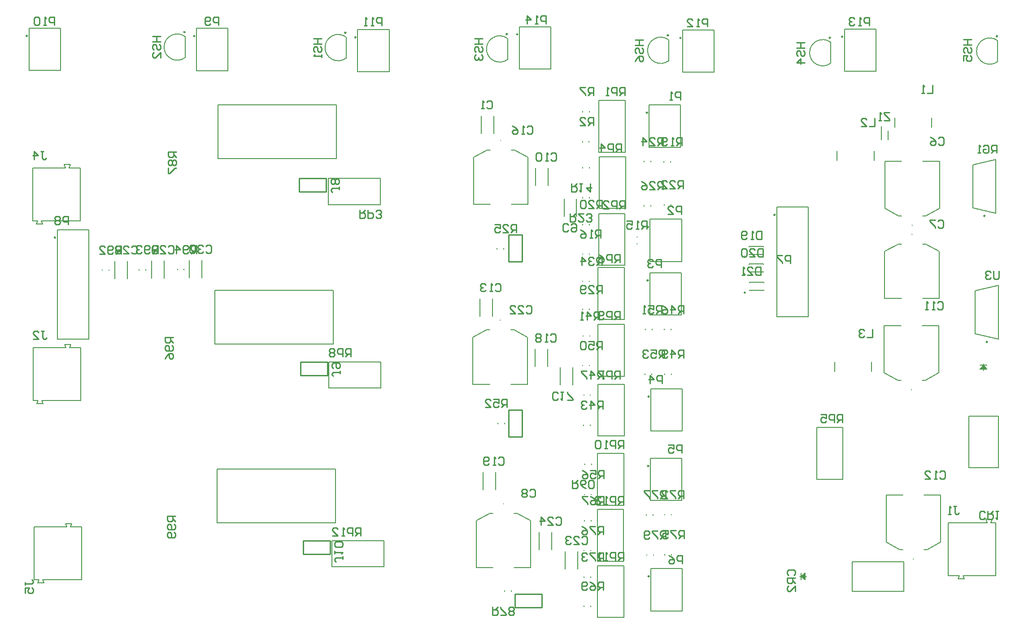
<source format=gbo>
G04*
G04 #@! TF.GenerationSoftware,Altium Limited,Altium Designer,21.6.4 (81)*
G04*
G04 Layer_Color=32896*
%FSLAX44Y44*%
%MOMM*%
G71*
G04*
G04 #@! TF.SameCoordinates,237C1AA0-54E4-4B3D-89E3-81C07F55AAFC*
G04*
G04*
G04 #@! TF.FilePolarity,Positive*
G04*
G01*
G75*
%ADD10C,0.2000*%
%ADD11C,0.2500*%
%ADD12C,0.2540*%
%ADD13C,0.1524*%
D10*
X1505712Y1174712D02*
G03*
X1505712Y1173712I0J-500D01*
G01*
D02*
G03*
X1505712Y1174712I0J500D01*
G01*
D02*
G03*
X1505712Y1173712I0J-500D01*
G01*
X1506728Y1514498D02*
G03*
X1506728Y1513498I0J-500D01*
G01*
D02*
G03*
X1506728Y1514498I0J500D01*
G01*
D02*
G03*
X1506728Y1513498I0J-500D01*
G01*
X911112Y1710170D02*
G03*
X911112Y1670570I-15000J-19800D01*
G01*
X1512062Y827748D02*
G03*
X1512062Y826748I0J-500D01*
G01*
D02*
G03*
X1512062Y827748I0J500D01*
G01*
D02*
G03*
X1512062Y826748I0J-500D01*
G01*
X1214896Y1709154D02*
G03*
X1214896Y1669554I-15000J-19800D01*
G01*
X1519696Y1706614D02*
G03*
X1519696Y1667014I-15000J-19800D01*
G01*
X1823734Y1704074D02*
G03*
X1823734Y1664474I-15000J-19800D01*
G01*
X2444764Y1702550D02*
G03*
X2444764Y1662950I-15000J-19800D01*
G01*
X2129550Y1699502D02*
G03*
X2129550Y1659902I-15000J-19800D01*
G01*
X2283460Y1353162D02*
G03*
X2283460Y1354162I0J500D01*
G01*
D02*
G03*
X2283460Y1353162I0J-500D01*
G01*
D02*
G03*
X2283460Y1354162I0J500D01*
G01*
X2282190Y1042200D02*
G03*
X2282190Y1043200I0J500D01*
G01*
D02*
G03*
X2282190Y1042200I0J-500D01*
G01*
D02*
G03*
X2282190Y1043200I0J500D01*
G01*
X2282952Y1336698D02*
G03*
X2282952Y1335698I0J-500D01*
G01*
D02*
G03*
X2282952Y1336698I0J500D01*
G01*
D02*
G03*
X2282952Y1335698I0J-500D01*
G01*
X2285746Y722292D02*
G03*
X2285746Y723292I0J500D01*
G01*
D02*
G03*
X2285746Y722292I0J-500D01*
G01*
D02*
G03*
X2285746Y723292I0J500D01*
G01*
X2027698Y1181178D02*
X2087198D01*
Y1387778D01*
X2027698D02*
X2087198D01*
X2027698Y1181178D02*
Y1387778D01*
X1975836Y1313043D02*
Y1313818D01*
X2002837D01*
Y1313043D02*
Y1313818D01*
X1975836Y1298318D02*
Y1299093D01*
Y1298318D02*
X2002837D01*
Y1299093D01*
X1975836Y1280023D02*
Y1280798D01*
X2002837D01*
Y1280023D02*
Y1280798D01*
X1975836Y1265298D02*
Y1266073D01*
Y1265298D02*
X2002837D01*
Y1266073D01*
X1976344Y1245479D02*
Y1246254D01*
X2003345D01*
Y1245479D02*
Y1246254D01*
X1976344Y1230754D02*
Y1231529D01*
Y1230754D02*
X2003345D01*
Y1231529D01*
X2225394Y1515500D02*
Y1541000D01*
X2237894Y1515500D02*
Y1532500D01*
X1763558Y1319122D02*
X1765010D01*
X1763558Y1331622D02*
X1765010D01*
X1673760Y1461806D02*
Y1463258D01*
X1661260Y1461806D02*
Y1463258D01*
X1739096Y612516D02*
Y710316D01*
X1689496Y612516D02*
X1739096D01*
X1689496D02*
Y710316D01*
X1739096D01*
X2351236Y791680D02*
X2424736D01*
X2431736D02*
X2441236D01*
Y691680D02*
Y791680D01*
X2351236Y691680D02*
Y791680D01*
Y691680D02*
X2372736D01*
X2379738D02*
X2441236D01*
X2370236Y685679D02*
X2382236D01*
X2370236D02*
X2372734Y691680D01*
X2379738D02*
X2382236Y685679D01*
X2431736Y791680D02*
X2434234Y797681D01*
X2422234D02*
X2434234D01*
X2422234D02*
X2424732Y791680D01*
X1651859Y703813D02*
Y736875D01*
X1628297Y703813D02*
Y736875D01*
X1828954Y730540D02*
Y731992D01*
X1816454Y730540D02*
Y731992D01*
X1816200Y806232D02*
Y807684D01*
X1828700Y806232D02*
Y807684D01*
X1514448Y661706D02*
Y663158D01*
X1526948Y661706D02*
Y663158D01*
X1497173Y853537D02*
Y886599D01*
X1473611Y853537D02*
Y886599D01*
X1676554Y738414D02*
Y739866D01*
X1664054Y738414D02*
Y739866D01*
X1665070Y795056D02*
Y796508D01*
X1677570Y795056D02*
Y796508D01*
X1794410Y805978D02*
Y807430D01*
X1781910Y805978D02*
Y807430D01*
X1782418Y730032D02*
Y731484D01*
X1794918Y730032D02*
Y731484D01*
X1579529Y740389D02*
Y773451D01*
X1603091Y740389D02*
Y773451D01*
X1664054Y633258D02*
Y634710D01*
X1676554Y633258D02*
Y634710D01*
Y688122D02*
Y689574D01*
X1664054Y688122D02*
Y689574D01*
X1665070Y844427D02*
Y845878D01*
X1677570Y844427D02*
Y845878D01*
X1665578Y901323D02*
Y902774D01*
X1678078Y901323D02*
Y902774D01*
X1525712Y1156212D02*
X1531462D01*
X1557212Y1142212D01*
Y1053212D02*
Y1142212D01*
X1525712Y1053212D02*
X1557212D01*
X1454212D02*
X1485712D01*
X1454212D02*
Y1142212D01*
X1479962Y1156212D01*
X1485712D01*
X1828700Y1071757D02*
Y1073208D01*
X1816200Y1071757D02*
Y1073208D01*
X1642969Y1052301D02*
Y1085363D01*
X1619407Y1052301D02*
Y1085363D01*
X1526728Y1495998D02*
X1532478D01*
X1558228Y1481998D01*
Y1392998D02*
Y1481998D01*
X1526728Y1392998D02*
X1558228D01*
X1455228D02*
X1486728D01*
X1455228D02*
Y1481998D01*
X1480978Y1495998D01*
X1486728D01*
X1649827Y1370699D02*
Y1403761D01*
X1626265Y1370699D02*
Y1403761D01*
X1662022Y1143958D02*
Y1145409D01*
X1674522Y1143958D02*
Y1145409D01*
X1674268Y1088078D02*
Y1089529D01*
X1661768Y1088078D02*
Y1089529D01*
X1676046Y1032292D02*
Y1033744D01*
X1663546Y1032292D02*
Y1033744D01*
X1501494Y978793D02*
Y980244D01*
X1513994Y978793D02*
Y980244D01*
X1571909Y1086963D02*
Y1120025D01*
X1595471Y1086963D02*
Y1120025D01*
X1491077Y1181959D02*
Y1215021D01*
X1467515Y1181959D02*
Y1215021D01*
X1673760Y1567884D02*
Y1569335D01*
X1661260Y1567884D02*
Y1569335D01*
X1663292Y975396D02*
Y976848D01*
X1675792Y975396D02*
Y976848D01*
X1690512Y1053216D02*
X1740112D01*
X1690512Y955416D02*
Y1053216D01*
Y955416D02*
X1740112D01*
Y1053216D01*
X1815692Y1156150D02*
Y1157601D01*
X1828192Y1156150D02*
Y1157601D01*
X1792378Y1156150D02*
Y1157601D01*
X1779878Y1156150D02*
Y1157601D01*
X1779116Y1071662D02*
Y1073114D01*
X1791616Y1071662D02*
Y1073114D01*
X1661768Y1247430D02*
Y1248882D01*
X1674268Y1247430D02*
Y1248882D01*
X1661768Y1194250D02*
Y1195701D01*
X1674268Y1194250D02*
Y1195701D01*
X1790208Y624918D02*
Y704518D01*
X1849708D01*
Y624918D02*
Y704518D01*
X1790208Y624918D02*
X1849708D01*
X1789192Y833452D02*
Y913052D01*
X1848692D01*
Y833452D02*
Y913052D01*
X1789192Y833452D02*
X1848692D01*
X1790208Y964770D02*
Y1044370D01*
X1849708D01*
Y964770D02*
Y1044370D01*
X1790208Y964770D02*
X1849708D01*
X1788430Y1184226D02*
Y1263826D01*
X1847930D01*
Y1184226D02*
Y1263826D01*
X1788430Y1184226D02*
X1847930D01*
X1690512Y1273688D02*
X1740112D01*
X1690512Y1175888D02*
Y1273688D01*
Y1175888D02*
X1740112D01*
Y1273688D01*
X1690412Y1068192D02*
X1740012D01*
Y1165992D01*
X1690412D02*
X1740012D01*
X1690412Y1068192D02*
Y1165992D01*
X1689496Y922152D02*
X1739096D01*
X1689496Y824352D02*
Y922152D01*
Y824352D02*
X1739096D01*
Y922152D01*
X1688938Y718688D02*
X1738538D01*
Y816488D01*
X1688938D02*
X1738538D01*
X1688938Y718688D02*
Y816488D01*
X848009Y1253605D02*
Y1286667D01*
X871571Y1253605D02*
Y1286667D01*
X919129Y1254231D02*
Y1287293D01*
X942691Y1254231D02*
Y1287293D01*
X669512Y1138252D02*
Y1344852D01*
X729012D01*
Y1138252D02*
Y1344852D01*
X669512Y1138252D02*
X729012D01*
X896466Y1269528D02*
Y1270980D01*
X908966Y1269528D02*
Y1270980D01*
X823822Y1268926D02*
Y1270377D01*
X836322Y1268926D02*
Y1270377D01*
X754480Y1268418D02*
Y1269869D01*
X766980Y1268418D02*
Y1269869D01*
X778159Y1253097D02*
Y1286159D01*
X801721Y1253097D02*
Y1286159D01*
X1469801Y1527281D02*
Y1560343D01*
X1493363Y1527281D02*
Y1560343D01*
X1673506Y1511082D02*
Y1512534D01*
X1661006Y1511082D02*
Y1512534D01*
X1674268Y1354364D02*
Y1355816D01*
X1661768Y1354364D02*
Y1355816D01*
X1674268Y1298898D02*
Y1300349D01*
X1661768Y1298898D02*
Y1300349D01*
X1789838Y1390178D02*
Y1391630D01*
X1777338Y1390178D02*
Y1391630D01*
X1827938Y1391702D02*
Y1393154D01*
X1815438Y1391702D02*
Y1393154D01*
X1789838Y1473650D02*
Y1475101D01*
X1777338Y1473650D02*
Y1475101D01*
X1814676Y1473236D02*
Y1474688D01*
X1827176Y1473236D02*
Y1474688D01*
X1674014Y1405164D02*
Y1406616D01*
X1661514Y1405164D02*
Y1406616D01*
X1572671Y1428729D02*
Y1461791D01*
X1596233Y1428729D02*
Y1461791D01*
X1499716Y1308898D02*
Y1310350D01*
X1512216Y1308898D02*
Y1310350D01*
X1692698Y1385438D02*
X1742298D01*
Y1483238D01*
X1692698D02*
X1742298D01*
X1692698Y1385438D02*
Y1483238D01*
X911112Y1670570D02*
Y1710170D01*
X1692036Y1589410D02*
X1741636D01*
X1692036Y1491610D02*
Y1589410D01*
Y1491610D02*
X1741636D01*
Y1589410D01*
X1691732Y1375542D02*
X1741332D01*
X1691732Y1277742D02*
Y1375542D01*
Y1277742D02*
X1741332D01*
Y1375542D01*
X1788684Y1285318D02*
Y1364918D01*
X1848184D01*
Y1285318D02*
Y1364918D01*
X1788684Y1285318D02*
X1848184D01*
X1786858Y1501218D02*
Y1580818D01*
X1846358D01*
Y1501218D02*
Y1580818D01*
X1786858Y1501218D02*
X1846358D01*
X1486312Y809248D02*
X1492062D01*
X1460562Y795248D02*
X1486312Y809248D01*
X1460562Y706248D02*
Y795248D01*
Y706248D02*
X1492062D01*
X1532062D02*
X1563562D01*
Y795248D01*
X1537812Y809248D02*
X1563562Y795248D01*
X1532062Y809248D02*
X1537812D01*
X616474Y1646506D02*
Y1726106D01*
X675974D01*
Y1646506D02*
Y1726106D01*
X616474Y1646506D02*
X675974D01*
X932402Y1645998D02*
Y1725598D01*
X991902D01*
Y1645998D02*
Y1725598D01*
X932402Y1645998D02*
X991902D01*
X1214896Y1669554D02*
Y1709154D01*
X1236694Y1643712D02*
Y1723312D01*
X1296194D01*
Y1643712D02*
Y1723312D01*
X1236694Y1643712D02*
X1296194D01*
X1519696Y1667014D02*
Y1706614D01*
X1542002Y1649300D02*
Y1728900D01*
X1601502D01*
Y1649300D02*
Y1728900D01*
X1542002Y1649300D02*
X1601502D01*
X1823734Y1664474D02*
Y1704074D01*
X2155460Y1644728D02*
Y1724328D01*
X2214960D01*
Y1644728D02*
Y1724328D01*
X2155460Y1644728D02*
X2214960D01*
X2444764Y1662950D02*
Y1702550D01*
X1850104Y1642696D02*
Y1722296D01*
X1909604D01*
Y1642696D02*
Y1722296D01*
X1850104Y1642696D02*
X1909604D01*
X2129550Y1659902D02*
Y1699502D01*
X2257710Y1371662D02*
X2263460D01*
X2231960Y1385662D02*
X2257710Y1371662D01*
X2231960Y1385662D02*
Y1474662D01*
X2263460D01*
X2303460D02*
X2334960D01*
Y1385662D02*
Y1474662D01*
X2309210Y1371662D02*
X2334960Y1385662D01*
X2303460Y1371662D02*
X2309210D01*
X2256440Y1060700D02*
X2262190D01*
X2230690Y1074700D02*
X2256440Y1060700D01*
X2230690Y1074700D02*
Y1163700D01*
X2262190D01*
X2302190D02*
X2333690D01*
Y1074700D02*
Y1163700D01*
X2307940Y1060700D02*
X2333690Y1074700D01*
X2302190Y1060700D02*
X2307940D01*
X2302952Y1318198D02*
X2308702D01*
X2334452Y1304198D01*
Y1215198D02*
Y1304198D01*
X2302952Y1215198D02*
X2334452D01*
X2231452D02*
X2262952D01*
X2231452D02*
Y1304198D01*
X2257202Y1318198D01*
X2262952D01*
X2402426Y1148340D02*
X2445926Y1138182D01*
Y1138681D02*
Y1239267D01*
X2402426Y1229608D02*
X2445926Y1239766D01*
X2402426Y1148340D02*
Y1229608D01*
X2259996Y740792D02*
X2265746D01*
X2234246Y754792D02*
X2259996Y740792D01*
X2234246Y754792D02*
Y843792D01*
X2265746D01*
X2305746D02*
X2337246D01*
Y754792D02*
Y843792D01*
X2311496Y740792D02*
X2337246Y754792D01*
X2305746Y740792D02*
X2311496D01*
X2102908Y873628D02*
Y971428D01*
X2152508D01*
Y873628D02*
Y971428D01*
X2102908Y873628D02*
X2152508D01*
X2206954Y1077354D02*
Y1094854D01*
X2136954Y1077354D02*
Y1094854D01*
X1188080Y707940D02*
X1285880D01*
X1188080D02*
Y757540D01*
X1285880D01*
Y707940D02*
Y757540D01*
X1280292Y1045810D02*
Y1095410D01*
X1182492D02*
X1280292D01*
X1182492Y1045810D02*
Y1095410D01*
Y1045810D02*
X1280292D01*
X2397920Y1386592D02*
Y1467860D01*
X2441420Y1478018D01*
Y1376933D02*
Y1477518D01*
X2397920Y1386592D02*
X2441420Y1376434D01*
X2211526Y1476280D02*
Y1493780D01*
X2141526Y1476280D02*
Y1493780D01*
X2320492Y1538872D02*
Y1556372D01*
X2250492Y1538872D02*
Y1556372D01*
X640616Y1022494D02*
X714116D01*
X624116D02*
X633616D01*
X624116D02*
Y1122494D01*
X714116Y1022494D02*
Y1122494D01*
X692616D02*
X714116D01*
X624116D02*
X685614D01*
X683116Y1128495D02*
X695116D01*
X692618Y1122494D02*
X695116Y1128495D01*
X683116D02*
X685614Y1122494D01*
X631118Y1016493D02*
X633616Y1022494D01*
X631118Y1016493D02*
X643118D01*
X640620Y1022494D02*
X643118Y1016493D01*
X642314Y683806D02*
X715814D01*
X625814D02*
X635314D01*
X625814D02*
Y783806D01*
X715814Y683806D02*
Y783806D01*
X694314D02*
X715814D01*
X625814D02*
X687312D01*
X684814Y789807D02*
X696814D01*
X694316Y783806D02*
X696814Y789807D01*
X684814D02*
X687312Y783806D01*
X632816Y677805D02*
X635314Y683806D01*
X632816Y677805D02*
X644816D01*
X642318Y683806D02*
X644816Y677805D01*
X639774Y1362240D02*
X713274D01*
X623274D02*
X632774D01*
X623274D02*
Y1462240D01*
X713274Y1362240D02*
Y1462240D01*
X691774D02*
X713274D01*
X623274D02*
X684772D01*
X682274Y1468241D02*
X694274D01*
X691776Y1462240D02*
X694274Y1468241D01*
X682274D02*
X684772Y1462240D01*
X630276Y1356239D02*
X632774Y1362240D01*
X630276Y1356239D02*
X642276D01*
X639778Y1362240D02*
X642276Y1356239D01*
X1181476Y1392724D02*
X1279276D01*
X1181476D02*
Y1442324D01*
X1279276D01*
Y1392724D02*
Y1442324D01*
D11*
X2024698Y1373378D02*
G03*
X2024698Y1373378I-1250J0D01*
G01*
X1968224Y1294007D02*
G03*
X1968224Y1294007I-1250J0D01*
G01*
Y1260987D02*
G03*
X1968224Y1260987I-1250J0D01*
G01*
X1968732Y1226443D02*
G03*
X1968732Y1226443I-1250J0D01*
G01*
X1787208Y690118D02*
G03*
X1787208Y690118I-1250J0D01*
G01*
X1786192Y898652D02*
G03*
X1786192Y898652I-1250J0D01*
G01*
X1787208Y1029970D02*
G03*
X1787208Y1029970I-1250J0D01*
G01*
X1785430Y1249426D02*
G03*
X1785430Y1249426I-1250J0D01*
G01*
X666512Y1330452D02*
G03*
X666512Y1330452I-1250J0D01*
G01*
X910862Y1718670D02*
G03*
X910862Y1718670I-1250J0D01*
G01*
X1785684Y1350518D02*
G03*
X1785684Y1350518I-1250J0D01*
G01*
X1783858Y1566418D02*
G03*
X1783858Y1566418I-1250J0D01*
G01*
X613474Y1711706D02*
G03*
X613474Y1711706I-1250J0D01*
G01*
X929402Y1711198D02*
G03*
X929402Y1711198I-1250J0D01*
G01*
X1214646Y1717654D02*
G03*
X1214646Y1717654I-1250J0D01*
G01*
X1233694Y1708912D02*
G03*
X1233694Y1708912I-1250J0D01*
G01*
X1519446Y1715114D02*
G03*
X1519446Y1715114I-1250J0D01*
G01*
X1539002Y1714500D02*
G03*
X1539002Y1714500I-1250J0D01*
G01*
X1823484Y1712574D02*
G03*
X1823484Y1712574I-1250J0D01*
G01*
X2152460Y1709928D02*
G03*
X2152460Y1709928I-1250J0D01*
G01*
X2444514Y1711050D02*
G03*
X2444514Y1711050I-1250J0D01*
G01*
X1847104Y1707896D02*
G03*
X1847104Y1707896I-1250J0D01*
G01*
X2129300Y1708002D02*
G03*
X2129300Y1708002I-1250J0D01*
G01*
X2425426Y1133182D02*
G03*
X2425426Y1133182I-1250J0D01*
G01*
X2420920Y1371434D02*
G03*
X2420920Y1371434I-1250J0D01*
G01*
D12*
X1584198Y631444D02*
Y656844D01*
X1533398D02*
X1584198D01*
X1533398Y631444D02*
Y656844D01*
Y631444D02*
X1584198D01*
X1547368Y1284840D02*
Y1335640D01*
X1521968Y1284840D02*
X1547368D01*
X1521968D02*
Y1335640D01*
X1547368D01*
X1521968Y1004678D02*
X1547368D01*
X1521968Y953878D02*
Y1004678D01*
Y953878D02*
X1547368D01*
Y1004678D01*
X1169162Y757174D02*
X1184402D01*
X1133602D02*
X1148842D01*
X1133602Y731774D02*
X1184402D01*
Y757174D01*
X1148842D02*
X1169162D01*
X1133602Y731774D02*
Y757174D01*
X1163974Y1095248D02*
X1179214D01*
X1128414D02*
X1143654D01*
X1128414Y1069848D02*
X1179214D01*
Y1095248D01*
X1143654D02*
X1163974D01*
X1128414Y1069848D02*
Y1095248D01*
X1162050Y1442720D02*
X1177290D01*
X1126490D02*
X1141730D01*
X1126490Y1417320D02*
X1177290D01*
Y1442720D01*
X1141730D02*
X1162050D01*
X1126490Y1417320D02*
Y1442720D01*
X2240788Y1566667D02*
X2230631D01*
Y1564128D01*
X2240788Y1553971D01*
Y1551432D01*
X2230631D01*
X2225553D02*
X2220475D01*
X2223014D01*
Y1566667D01*
X2225553Y1564128D01*
X1681988Y1598835D02*
Y1614070D01*
X1674371D01*
X1671831Y1611531D01*
Y1606453D01*
X1674371Y1603914D01*
X1681988D01*
X1676910D02*
X1671831Y1598835D01*
X1666753Y1614070D02*
X1656596D01*
Y1611531D01*
X1666753Y1601375D01*
Y1598835D01*
X2361695Y822701D02*
X2366774D01*
X2364234D01*
Y810005D01*
X2366774Y807466D01*
X2369313D01*
X2371852Y810005D01*
X2356617Y807466D02*
X2351539D01*
X2354078D01*
Y822701D01*
X2356617Y820162D01*
X1556007Y1539236D02*
X1558546Y1541775D01*
X1563625D01*
X1566164Y1539236D01*
Y1529079D01*
X1563625Y1526540D01*
X1558546D01*
X1556007Y1529079D01*
X1550929Y1526540D02*
X1545851D01*
X1548390D01*
Y1541775D01*
X1550929Y1539236D01*
X1528076Y1541775D02*
X1533155Y1539236D01*
X1538233Y1534158D01*
Y1529079D01*
X1535694Y1526540D01*
X1530616D01*
X1528076Y1529079D01*
Y1531618D01*
X1530616Y1534158D01*
X1538233D01*
X2050038Y692407D02*
X2047499Y694947D01*
Y700025D01*
X2050038Y702564D01*
X2060195D01*
X2062734Y700025D01*
Y694947D01*
X2060195Y692407D01*
X2062734Y687329D02*
X2047499D01*
Y679711D01*
X2050038Y677172D01*
X2055116D01*
X2057656Y679711D01*
Y687329D01*
Y682251D02*
X2062734Y677172D01*
Y661937D02*
Y672094D01*
X2052577Y661937D01*
X2050038D01*
X2047499Y664476D01*
Y669555D01*
X2050038Y672094D01*
X2001774Y1309619D02*
Y1294384D01*
X1994156D01*
X1991617Y1296923D01*
Y1307080D01*
X1994156Y1309619D01*
X2001774D01*
X1976382Y1294384D02*
X1986539D01*
X1976382Y1304541D01*
Y1307080D01*
X1978921Y1309619D01*
X1984000D01*
X1986539Y1307080D01*
X1971304D02*
X1968765Y1309619D01*
X1963686D01*
X1961147Y1307080D01*
Y1296923D01*
X1963686Y1294384D01*
X1968765D01*
X1971304Y1296923D01*
Y1307080D01*
X1999234Y1342639D02*
Y1327404D01*
X1991617D01*
X1989077Y1329943D01*
Y1340100D01*
X1991617Y1342639D01*
X1999234D01*
X1983999Y1327404D02*
X1978921D01*
X1981460D01*
Y1342639D01*
X1983999Y1340100D01*
X1971303Y1329943D02*
X1968764Y1327404D01*
X1963685D01*
X1961146Y1329943D01*
Y1340100D01*
X1963685Y1342639D01*
X1968764D01*
X1971303Y1340100D01*
Y1337561D01*
X1968764Y1335022D01*
X1961146D01*
X1738630Y931672D02*
Y946907D01*
X1731013D01*
X1728473Y944368D01*
Y939289D01*
X1731013Y936750D01*
X1738630D01*
X1733552D02*
X1728473Y931672D01*
X1723395D02*
Y946907D01*
X1715777D01*
X1713238Y944368D01*
Y939289D01*
X1715777Y936750D01*
X1723395D01*
X1708160Y931672D02*
X1703082D01*
X1705621D01*
Y946907D01*
X1708160Y944368D01*
X1695464D02*
X1692925Y946907D01*
X1687846D01*
X1685307Y944368D01*
Y934211D01*
X1687846Y931672D01*
X1692925D01*
X1695464Y934211D01*
Y944368D01*
X1731518Y1175512D02*
Y1190747D01*
X1723900D01*
X1721361Y1188208D01*
Y1183130D01*
X1723900Y1180590D01*
X1731518D01*
X1726440D02*
X1721361Y1175512D01*
X1716283D02*
Y1190747D01*
X1708665D01*
X1706126Y1188208D01*
Y1183130D01*
X1708665Y1180590D01*
X1716283D01*
X1701048Y1178051D02*
X1698509Y1175512D01*
X1693430D01*
X1690891Y1178051D01*
Y1188208D01*
X1693430Y1190747D01*
X1698509D01*
X1701048Y1188208D01*
Y1185669D01*
X1698509Y1183130D01*
X1690891D01*
X1731772Y1062736D02*
Y1077971D01*
X1724155D01*
X1721615Y1075432D01*
Y1070353D01*
X1724155Y1067814D01*
X1731772D01*
X1726694D02*
X1721615Y1062736D01*
X1716537D02*
Y1077971D01*
X1708919D01*
X1706380Y1075432D01*
Y1070353D01*
X1708919Y1067814D01*
X1716537D01*
X1701302Y1077971D02*
X1691145D01*
Y1075432D01*
X1701302Y1065275D01*
Y1062736D01*
X1731772Y1283208D02*
Y1298443D01*
X1724155D01*
X1721615Y1295904D01*
Y1290826D01*
X1724155Y1288286D01*
X1731772D01*
X1726694D02*
X1721615Y1283208D01*
X1716537D02*
Y1298443D01*
X1708919D01*
X1706380Y1295904D01*
Y1290826D01*
X1708919Y1288286D01*
X1716537D01*
X1691145Y1298443D02*
X1696223Y1295904D01*
X1701302Y1290826D01*
Y1285747D01*
X1698763Y1283208D01*
X1693684D01*
X1691145Y1285747D01*
Y1288286D01*
X1693684Y1290826D01*
X1701302D01*
X1733804Y1492758D02*
Y1507993D01*
X1726187D01*
X1723647Y1505454D01*
Y1500376D01*
X1726187Y1497836D01*
X1733804D01*
X1728726D02*
X1723647Y1492758D01*
X1718569D02*
Y1507993D01*
X1710951D01*
X1708412Y1505454D01*
Y1500376D01*
X1710951Y1497836D01*
X1718569D01*
X1695716Y1492758D02*
Y1507993D01*
X1703334Y1500376D01*
X1693177D01*
X1740916Y1385062D02*
Y1400297D01*
X1733298D01*
X1730759Y1397758D01*
Y1392679D01*
X1733298Y1390140D01*
X1740916D01*
X1735838D02*
X1730759Y1385062D01*
X1725681D02*
Y1400297D01*
X1718063D01*
X1715524Y1397758D01*
Y1392679D01*
X1718063Y1390140D01*
X1725681D01*
X1700289Y1385062D02*
X1710446D01*
X1700289Y1395219D01*
Y1397758D01*
X1702828Y1400297D01*
X1707907D01*
X1710446Y1397758D01*
X1741170Y1598930D02*
Y1614165D01*
X1733553D01*
X1731013Y1611626D01*
Y1606548D01*
X1733553Y1604008D01*
X1741170D01*
X1736092D02*
X1731013Y1598930D01*
X1725935D02*
Y1614165D01*
X1718317D01*
X1715778Y1611626D01*
Y1606548D01*
X1718317Y1604008D01*
X1725935D01*
X1710700Y1598930D02*
X1705621D01*
X1708161D01*
Y1614165D01*
X1710700Y1611626D01*
X1818386Y760984D02*
Y776219D01*
X1810768D01*
X1808229Y773680D01*
Y768602D01*
X1810768Y766062D01*
X1818386D01*
X1813308D02*
X1808229Y760984D01*
X1803151Y776219D02*
X1792994D01*
Y773680D01*
X1803151Y763523D01*
Y760984D01*
X1787916Y763523D02*
X1785377Y760984D01*
X1780298D01*
X1777759Y763523D01*
Y773680D01*
X1780298Y776219D01*
X1785377D01*
X1787916Y773680D01*
Y771141D01*
X1785377Y768602D01*
X1777759D01*
X1700022Y769366D02*
Y784601D01*
X1692404D01*
X1689865Y782062D01*
Y776983D01*
X1692404Y774444D01*
X1700022D01*
X1694944D02*
X1689865Y769366D01*
X1684787Y784601D02*
X1674630D01*
Y782062D01*
X1684787Y771905D01*
Y769366D01*
X1659395Y784601D02*
X1664474Y782062D01*
X1669552Y776983D01*
Y771905D01*
X1667013Y769366D01*
X1661934D01*
X1659395Y771905D01*
Y774444D01*
X1661934Y776983D01*
X1669552D01*
X1852422Y761492D02*
Y776727D01*
X1844805D01*
X1842265Y774188D01*
Y769109D01*
X1844805Y766570D01*
X1852422D01*
X1847344D02*
X1842265Y761492D01*
X1837187Y776727D02*
X1827030D01*
Y774188D01*
X1837187Y764031D01*
Y761492D01*
X1811795Y776727D02*
X1821952D01*
Y769109D01*
X1816873Y771649D01*
X1814334D01*
X1811795Y769109D01*
Y764031D01*
X1814334Y761492D01*
X1819413D01*
X1821952Y764031D01*
X1700022Y719074D02*
Y734309D01*
X1692404D01*
X1689865Y731770D01*
Y726692D01*
X1692404Y724152D01*
X1700022D01*
X1694944D02*
X1689865Y719074D01*
X1684787Y734309D02*
X1674630D01*
Y731770D01*
X1684787Y721613D01*
Y719074D01*
X1669552Y731770D02*
X1667013Y734309D01*
X1661934D01*
X1659395Y731770D01*
Y729231D01*
X1661934Y726692D01*
X1664474D01*
X1661934D01*
X1659395Y724152D01*
Y721613D01*
X1661934Y719074D01*
X1667013D01*
X1669552Y721613D01*
X1852168Y837184D02*
Y852419D01*
X1844550D01*
X1842011Y849880D01*
Y844801D01*
X1844550Y842262D01*
X1852168D01*
X1847090D02*
X1842011Y837184D01*
X1836933Y852419D02*
X1826776D01*
Y849880D01*
X1836933Y839723D01*
Y837184D01*
X1811541D02*
X1821698D01*
X1811541Y847341D01*
Y849880D01*
X1814080Y852419D01*
X1819159D01*
X1821698Y849880D01*
X1700022Y664210D02*
Y679445D01*
X1692404D01*
X1689865Y676906D01*
Y671827D01*
X1692404Y669288D01*
X1700022D01*
X1694944D02*
X1689865Y664210D01*
X1674630Y679445D02*
X1679709Y676906D01*
X1684787Y671827D01*
Y666749D01*
X1682248Y664210D01*
X1677169D01*
X1674630Y666749D01*
Y669288D01*
X1677169Y671827D01*
X1684787D01*
X1669552Y666749D02*
X1667013Y664210D01*
X1661934D01*
X1659395Y666749D01*
Y676906D01*
X1661934Y679445D01*
X1667013D01*
X1669552Y676906D01*
Y674367D01*
X1667013Y671827D01*
X1659395D01*
X1701038Y826008D02*
Y841243D01*
X1693421D01*
X1690881Y838704D01*
Y833625D01*
X1693421Y831086D01*
X1701038D01*
X1695960D02*
X1690881Y826008D01*
X1675646Y841243D02*
X1680725Y838704D01*
X1685803Y833625D01*
Y828547D01*
X1683264Y826008D01*
X1678185D01*
X1675646Y828547D01*
Y831086D01*
X1678185Y833625D01*
X1685803D01*
X1670568Y841243D02*
X1660411D01*
Y838704D01*
X1670568Y828547D01*
Y826008D01*
X1697736Y1385316D02*
Y1400551D01*
X1690119D01*
X1687579Y1398012D01*
Y1392934D01*
X1690119Y1390394D01*
X1697736D01*
X1692658D02*
X1687579Y1385316D01*
X1672344D02*
X1682501D01*
X1672344Y1395473D01*
Y1398012D01*
X1674883Y1400551D01*
X1679962D01*
X1682501Y1398012D01*
X1667266D02*
X1664727Y1400551D01*
X1659648D01*
X1657109Y1398012D01*
Y1387855D01*
X1659648Y1385316D01*
X1664727D01*
X1667266Y1387855D01*
Y1398012D01*
X1782318Y1346454D02*
Y1361689D01*
X1774700D01*
X1772161Y1359150D01*
Y1354072D01*
X1774700Y1351532D01*
X1782318D01*
X1777240D02*
X1772161Y1346454D01*
X1767083D02*
X1762005D01*
X1764544D01*
Y1361689D01*
X1767083Y1359150D01*
X1744230Y1361689D02*
X1754387D01*
Y1354072D01*
X1749309Y1356611D01*
X1746770D01*
X1744230Y1354072D01*
Y1348993D01*
X1746770Y1346454D01*
X1751848D01*
X1754387Y1348993D01*
X1849374Y714502D02*
Y729737D01*
X1841756D01*
X1839217Y727198D01*
Y722120D01*
X1841756Y719580D01*
X1849374D01*
X1823982Y729737D02*
X1829061Y727198D01*
X1834139Y722120D01*
Y717041D01*
X1831600Y714502D01*
X1826521D01*
X1823982Y717041D01*
Y719580D01*
X1826521Y722120D01*
X1834139D01*
X1997202Y1275075D02*
Y1259840D01*
X1989585D01*
X1987045Y1262379D01*
Y1272536D01*
X1989585Y1275075D01*
X1997202D01*
X1971810Y1259840D02*
X1981967D01*
X1971810Y1269997D01*
Y1272536D01*
X1974349Y1275075D01*
X1979428D01*
X1981967Y1272536D01*
X1966732Y1259840D02*
X1961653D01*
X1964193D01*
Y1275075D01*
X1966732Y1272536D01*
X1738122Y826008D02*
Y841243D01*
X1730504D01*
X1727965Y838704D01*
Y833625D01*
X1730504Y831086D01*
X1738122D01*
X1733044D02*
X1727965Y826008D01*
X1722887D02*
Y841243D01*
X1715269D01*
X1712730Y838704D01*
Y833625D01*
X1715269Y831086D01*
X1722887D01*
X1707652Y826008D02*
X1702574D01*
X1705113D01*
Y841243D01*
X1707652Y838704D01*
X1694956D02*
X1692417Y841243D01*
X1687338D01*
X1684799Y838704D01*
Y836165D01*
X1687338Y833625D01*
X1689878D01*
X1687338D01*
X1684799Y831086D01*
Y828547D01*
X1687338Y826008D01*
X1692417D01*
X1694956Y828547D01*
X1738630Y719836D02*
Y735071D01*
X1731013D01*
X1728473Y732532D01*
Y727454D01*
X1731013Y724914D01*
X1738630D01*
X1733552D02*
X1728473Y719836D01*
X1723395D02*
Y735071D01*
X1715777D01*
X1713238Y732532D01*
Y727454D01*
X1715777Y724914D01*
X1723395D01*
X1708160Y719836D02*
X1703082D01*
X1705621D01*
Y735071D01*
X1708160Y732532D01*
X1695464Y719836D02*
X1690386D01*
X1692925D01*
Y735071D01*
X1695464Y732532D01*
X932434Y1300480D02*
Y1315715D01*
X924817D01*
X922277Y1313176D01*
Y1308098D01*
X924817Y1305558D01*
X932434D01*
X927356D02*
X922277Y1300480D01*
X917199Y1303019D02*
X914660Y1300480D01*
X909581D01*
X907042Y1303019D01*
Y1313176D01*
X909581Y1315715D01*
X914660D01*
X917199Y1313176D01*
Y1310637D01*
X914660Y1308098D01*
X907042D01*
X894346Y1300480D02*
Y1315715D01*
X901964Y1308098D01*
X891807D01*
X859790Y1299877D02*
Y1315112D01*
X852172D01*
X849633Y1312573D01*
Y1307495D01*
X852172Y1304956D01*
X859790D01*
X854712D02*
X849633Y1299877D01*
X844555Y1302417D02*
X842016Y1299877D01*
X836937D01*
X834398Y1302417D01*
Y1312573D01*
X836937Y1315112D01*
X842016D01*
X844555Y1312573D01*
Y1310034D01*
X842016Y1307495D01*
X834398D01*
X829320Y1312573D02*
X826781Y1315112D01*
X821702D01*
X819163Y1312573D01*
Y1310034D01*
X821702Y1307495D01*
X824241D01*
X821702D01*
X819163Y1304956D01*
Y1302417D01*
X821702Y1299877D01*
X826781D01*
X829320Y1302417D01*
X790448Y1299369D02*
Y1314604D01*
X782831D01*
X780291Y1312065D01*
Y1306987D01*
X782831Y1304448D01*
X790448D01*
X785370D02*
X780291Y1299369D01*
X775213Y1301909D02*
X772674Y1299369D01*
X767595D01*
X765056Y1301909D01*
Y1312065D01*
X767595Y1314604D01*
X772674D01*
X775213Y1312065D01*
Y1309526D01*
X772674Y1306987D01*
X765056D01*
X749821Y1299369D02*
X759978D01*
X749821Y1309526D01*
Y1312065D01*
X752360Y1314604D01*
X757439D01*
X759978Y1312065D01*
X1490980Y632206D02*
Y616971D01*
X1498598D01*
X1501137Y619510D01*
Y624589D01*
X1498598Y627128D01*
X1490980D01*
X1496058D02*
X1501137Y632206D01*
X1506215Y616971D02*
X1516372D01*
Y619510D01*
X1506215Y629667D01*
Y632206D01*
X1521450Y619510D02*
X1523989Y616971D01*
X1529068D01*
X1531607Y619510D01*
Y622049D01*
X1529068Y624589D01*
X1531607Y627128D01*
Y629667D01*
X1529068Y632206D01*
X1523989D01*
X1521450Y629667D01*
Y627128D01*
X1523989Y624589D01*
X1521450Y622049D01*
Y619510D01*
X1523989Y624589D02*
X1529068D01*
X1817878Y836930D02*
Y852165D01*
X1810260D01*
X1807721Y849626D01*
Y844548D01*
X1810260Y842008D01*
X1817878D01*
X1812800D02*
X1807721Y836930D01*
X1802643Y852165D02*
X1792486D01*
Y849626D01*
X1802643Y839469D01*
Y836930D01*
X1787408Y852165D02*
X1777251D01*
Y849626D01*
X1787408Y839469D01*
Y836930D01*
X1642110Y871917D02*
Y856682D01*
X1649727D01*
X1652267Y859221D01*
Y864299D01*
X1649727Y866839D01*
X1642110D01*
X1647188D02*
X1652267Y871917D01*
X1667502Y856682D02*
X1662423Y859221D01*
X1657345Y864299D01*
Y869378D01*
X1659884Y871917D01*
X1664963D01*
X1667502Y869378D01*
Y866839D01*
X1664963Y864299D01*
X1657345D01*
X1672580Y859221D02*
X1675119Y856682D01*
X1680198D01*
X1682737Y859221D01*
Y869378D01*
X1680198Y871917D01*
X1675119D01*
X1672580Y869378D01*
Y859221D01*
X1701038Y875378D02*
Y890614D01*
X1693421D01*
X1690881Y888074D01*
Y882996D01*
X1693421Y880457D01*
X1701038D01*
X1695960D02*
X1690881Y875378D01*
X1675646Y890614D02*
X1685803D01*
Y882996D01*
X1680725Y885535D01*
X1678185D01*
X1675646Y882996D01*
Y877918D01*
X1678185Y875378D01*
X1683264D01*
X1685803Y877918D01*
X1660411Y890614D02*
X1665490Y888074D01*
X1670568Y882996D01*
Y877918D01*
X1668029Y875378D01*
X1662950D01*
X1660411Y877918D01*
Y880457D01*
X1662950Y882996D01*
X1670568D01*
X1815084Y1102614D02*
Y1117849D01*
X1807466D01*
X1804927Y1115310D01*
Y1110231D01*
X1807466Y1107692D01*
X1815084D01*
X1810006D02*
X1804927Y1102614D01*
X1789692Y1117849D02*
X1799849D01*
Y1110231D01*
X1794771Y1112771D01*
X1792231D01*
X1789692Y1110231D01*
Y1105153D01*
X1792231Y1102614D01*
X1797310D01*
X1799849Y1105153D01*
X1784614Y1115310D02*
X1782075Y1117849D01*
X1776996D01*
X1774457Y1115310D01*
Y1112771D01*
X1776996Y1110231D01*
X1779536D01*
X1776996D01*
X1774457Y1107692D01*
Y1105153D01*
X1776996Y1102614D01*
X1782075D01*
X1784614Y1105153D01*
X1518666Y1009650D02*
Y1024885D01*
X1511048D01*
X1508509Y1022346D01*
Y1017268D01*
X1511048Y1014728D01*
X1518666D01*
X1513588D02*
X1508509Y1009650D01*
X1493274Y1024885D02*
X1503431D01*
Y1017268D01*
X1498353Y1019807D01*
X1495813D01*
X1493274Y1017268D01*
Y1012189D01*
X1495813Y1009650D01*
X1500892D01*
X1503431Y1012189D01*
X1478039Y1009650D02*
X1488196D01*
X1478039Y1019807D01*
Y1022346D01*
X1480578Y1024885D01*
X1485657D01*
X1488196Y1022346D01*
X1810766Y1186942D02*
Y1202177D01*
X1803148D01*
X1800609Y1199638D01*
Y1194559D01*
X1803148Y1192020D01*
X1810766D01*
X1805688D02*
X1800609Y1186942D01*
X1785374Y1202177D02*
X1795531D01*
Y1194559D01*
X1790453Y1197099D01*
X1787913D01*
X1785374Y1194559D01*
Y1189481D01*
X1787913Y1186942D01*
X1792992D01*
X1795531Y1189481D01*
X1780296Y1186942D02*
X1775217D01*
X1777757D01*
Y1202177D01*
X1780296Y1199638D01*
X1697736Y1119029D02*
Y1134265D01*
X1690119D01*
X1687579Y1131725D01*
Y1126647D01*
X1690119Y1124108D01*
X1697736D01*
X1692658D02*
X1687579Y1119029D01*
X1672344Y1134265D02*
X1682501D01*
Y1126647D01*
X1677423Y1129186D01*
X1674883D01*
X1672344Y1126647D01*
Y1121569D01*
X1674883Y1119029D01*
X1679962D01*
X1682501Y1121569D01*
X1667266Y1131725D02*
X1664727Y1134265D01*
X1659648D01*
X1657109Y1131725D01*
Y1121569D01*
X1659648Y1119029D01*
X1664727D01*
X1667266Y1121569D01*
Y1131725D01*
X1852168Y1102614D02*
Y1117849D01*
X1844550D01*
X1842011Y1115310D01*
Y1110231D01*
X1844550Y1107692D01*
X1852168D01*
X1847090D02*
X1842011Y1102614D01*
X1829315D02*
Y1117849D01*
X1836933Y1110231D01*
X1826776D01*
X1821698Y1105153D02*
X1819159Y1102614D01*
X1814080D01*
X1811541Y1105153D01*
Y1115310D01*
X1814080Y1117849D01*
X1819159D01*
X1821698Y1115310D01*
Y1112771D01*
X1819159Y1110231D01*
X1811541D01*
X1699514Y1063244D02*
Y1078479D01*
X1691897D01*
X1689357Y1075940D01*
Y1070862D01*
X1691897Y1068322D01*
X1699514D01*
X1694436D02*
X1689357Y1063244D01*
X1676661D02*
Y1078479D01*
X1684279Y1070862D01*
X1674122D01*
X1669044Y1078479D02*
X1658887D01*
Y1075940D01*
X1669044Y1065783D01*
Y1063244D01*
X1851660Y1186942D02*
Y1202177D01*
X1844043D01*
X1841503Y1199638D01*
Y1194559D01*
X1844043Y1192020D01*
X1851660D01*
X1846582D02*
X1841503Y1186942D01*
X1828807D02*
Y1202177D01*
X1836425Y1194559D01*
X1826268D01*
X1811033Y1202177D02*
X1816111Y1199638D01*
X1821190Y1194559D01*
Y1189481D01*
X1818651Y1186942D01*
X1813572D01*
X1811033Y1189481D01*
Y1192020D01*
X1813572Y1194559D01*
X1821190D01*
X1699260Y1006348D02*
Y1021583D01*
X1691642D01*
X1689103Y1019044D01*
Y1013966D01*
X1691642Y1011426D01*
X1699260D01*
X1694182D02*
X1689103Y1006348D01*
X1676407D02*
Y1021583D01*
X1684025Y1013966D01*
X1673868D01*
X1668790Y1019044D02*
X1666251Y1021583D01*
X1661172D01*
X1658633Y1019044D01*
Y1016505D01*
X1661172Y1013966D01*
X1663712D01*
X1661172D01*
X1658633Y1011426D01*
Y1008887D01*
X1661172Y1006348D01*
X1666251D01*
X1668790Y1008887D01*
X1692910Y1174909D02*
Y1190145D01*
X1685293D01*
X1682753Y1187605D01*
Y1182527D01*
X1685293Y1179988D01*
X1692910D01*
X1687832D02*
X1682753Y1174909D01*
X1670057D02*
Y1190145D01*
X1677675Y1182527D01*
X1667518D01*
X1662440Y1174909D02*
X1657361D01*
X1659901D01*
Y1190145D01*
X1662440Y1187605D01*
X1697736Y1278382D02*
Y1293617D01*
X1690119D01*
X1687579Y1291078D01*
Y1285999D01*
X1690119Y1283460D01*
X1697736D01*
X1692658D02*
X1687579Y1278382D01*
X1682501Y1291078D02*
X1679962Y1293617D01*
X1674883D01*
X1672344Y1291078D01*
Y1288539D01*
X1674883Y1285999D01*
X1677423D01*
X1674883D01*
X1672344Y1283460D01*
Y1280921D01*
X1674883Y1278382D01*
X1679962D01*
X1682501Y1280921D01*
X1659648Y1278382D02*
Y1293617D01*
X1667266Y1285999D01*
X1657109D01*
X1697736Y1225042D02*
Y1240277D01*
X1690119D01*
X1687579Y1237738D01*
Y1232660D01*
X1690119Y1230120D01*
X1697736D01*
X1692658D02*
X1687579Y1225042D01*
X1672344D02*
X1682501D01*
X1672344Y1235199D01*
Y1237738D01*
X1674883Y1240277D01*
X1679962D01*
X1682501Y1237738D01*
X1667266Y1227581D02*
X1664727Y1225042D01*
X1659648D01*
X1657109Y1227581D01*
Y1237738D01*
X1659648Y1240277D01*
X1664727D01*
X1667266Y1237738D01*
Y1235199D01*
X1664727Y1232660D01*
X1657109D01*
X1813306Y1421130D02*
Y1436365D01*
X1805688D01*
X1803149Y1433826D01*
Y1428748D01*
X1805688Y1426208D01*
X1813306D01*
X1808228D02*
X1803149Y1421130D01*
X1787914D02*
X1798071D01*
X1787914Y1431287D01*
Y1433826D01*
X1790453Y1436365D01*
X1795532D01*
X1798071Y1433826D01*
X1772679Y1436365D02*
X1777758Y1433826D01*
X1782836Y1428748D01*
Y1423669D01*
X1780297Y1421130D01*
X1775218D01*
X1772679Y1423669D01*
Y1426208D01*
X1775218Y1428748D01*
X1782836D01*
X1535684Y1339850D02*
Y1355085D01*
X1528067D01*
X1525527Y1352546D01*
Y1347467D01*
X1528067Y1344928D01*
X1535684D01*
X1530606D02*
X1525527Y1339850D01*
X1510292D02*
X1520449D01*
X1510292Y1350007D01*
Y1352546D01*
X1512831Y1355085D01*
X1517910D01*
X1520449Y1352546D01*
X1495057Y1355085D02*
X1505214D01*
Y1347467D01*
X1500135Y1350007D01*
X1497596D01*
X1495057Y1347467D01*
Y1342389D01*
X1497596Y1339850D01*
X1502675D01*
X1505214Y1342389D01*
X1813306Y1504601D02*
Y1519836D01*
X1805688D01*
X1803149Y1517297D01*
Y1512219D01*
X1805688Y1509680D01*
X1813306D01*
X1808228D02*
X1803149Y1504601D01*
X1787914D02*
X1798071D01*
X1787914Y1514758D01*
Y1517297D01*
X1790453Y1519836D01*
X1795532D01*
X1798071Y1517297D01*
X1775218Y1504601D02*
Y1519836D01*
X1782836Y1512219D01*
X1772679D01*
X1638046Y1375823D02*
Y1360588D01*
X1645663D01*
X1648203Y1363127D01*
Y1368206D01*
X1645663Y1370745D01*
X1638046D01*
X1643124D02*
X1648203Y1375823D01*
X1663438D02*
X1653281D01*
X1663438Y1365667D01*
Y1363127D01*
X1660899Y1360588D01*
X1655820D01*
X1653281Y1363127D01*
X1668516D02*
X1671055Y1360588D01*
X1676134D01*
X1678673Y1363127D01*
Y1365667D01*
X1676134Y1368206D01*
X1673595D01*
X1676134D01*
X1678673Y1370745D01*
Y1373284D01*
X1676134Y1375823D01*
X1671055D01*
X1668516Y1373284D01*
X1851406Y1422654D02*
Y1437889D01*
X1843788D01*
X1841249Y1435350D01*
Y1430271D01*
X1843788Y1427732D01*
X1851406D01*
X1846328D02*
X1841249Y1422654D01*
X1826014D02*
X1836171D01*
X1826014Y1432811D01*
Y1435350D01*
X1828553Y1437889D01*
X1833632D01*
X1836171Y1435350D01*
X1810779Y1422654D02*
X1820936D01*
X1810779Y1432811D01*
Y1435350D01*
X1813318Y1437889D01*
X1818397D01*
X1820936Y1435350D01*
X1848104Y1504029D02*
Y1519264D01*
X1840486D01*
X1837947Y1516724D01*
Y1511646D01*
X1840486Y1509107D01*
X1848104D01*
X1843026D02*
X1837947Y1504029D01*
X1832869D02*
X1827791D01*
X1830330D01*
Y1519264D01*
X1832869Y1516724D01*
X1820173Y1506568D02*
X1817634Y1504029D01*
X1812556D01*
X1810016Y1506568D01*
Y1516724D01*
X1812556Y1519264D01*
X1817634D01*
X1820173Y1516724D01*
Y1514185D01*
X1817634Y1511646D01*
X1810016D01*
X1695196Y1329849D02*
Y1345085D01*
X1687578D01*
X1685039Y1342545D01*
Y1337467D01*
X1687578Y1334928D01*
X1695196D01*
X1690118D02*
X1685039Y1329849D01*
X1679961D02*
X1674883D01*
X1677422D01*
Y1345085D01*
X1679961Y1342545D01*
X1657108Y1345085D02*
X1662187Y1342545D01*
X1667265Y1337467D01*
Y1332389D01*
X1664726Y1329849D01*
X1659648D01*
X1657108Y1332389D01*
Y1334928D01*
X1659648Y1337467D01*
X1667265D01*
X1640332Y1432401D02*
Y1417165D01*
X1647950D01*
X1650489Y1419705D01*
Y1424783D01*
X1647950Y1427322D01*
X1640332D01*
X1645410D02*
X1650489Y1432401D01*
X1655567D02*
X1660645D01*
X1658106D01*
Y1417165D01*
X1655567Y1419705D01*
X1675880Y1432401D02*
Y1417165D01*
X1668263Y1424783D01*
X1678420D01*
X1681734Y1542034D02*
Y1557269D01*
X1674117D01*
X1671577Y1554730D01*
Y1549651D01*
X1674117Y1547112D01*
X1681734D01*
X1676656D02*
X1671577Y1542034D01*
X1656342D02*
X1666499D01*
X1656342Y1552191D01*
Y1554730D01*
X1658881Y1557269D01*
X1663960D01*
X1666499Y1554730D01*
X690626Y1354836D02*
Y1370071D01*
X683008D01*
X680469Y1367532D01*
Y1362453D01*
X683008Y1359914D01*
X690626D01*
X675391Y1367532D02*
X672852Y1370071D01*
X667773D01*
X665234Y1367532D01*
Y1364993D01*
X667773Y1362453D01*
X665234Y1359914D01*
Y1357375D01*
X667773Y1354836D01*
X672852D01*
X675391Y1357375D01*
Y1359914D01*
X672852Y1362453D01*
X675391Y1364993D01*
Y1367532D01*
X672852Y1362453D02*
X667773D01*
X2053741Y1281670D02*
Y1296905D01*
X2046124D01*
X2043585Y1294366D01*
Y1289288D01*
X2046124Y1286749D01*
X2053741D01*
X2038506Y1296905D02*
X2028350D01*
Y1294366D01*
X2038506Y1284209D01*
Y1281670D01*
X1848358Y923036D02*
Y938271D01*
X1840741D01*
X1838201Y935732D01*
Y930654D01*
X1840741Y928114D01*
X1848358D01*
X1822966Y938271D02*
X1833123D01*
Y930654D01*
X1828045Y933193D01*
X1825505D01*
X1822966Y930654D01*
Y925575D01*
X1825505Y923036D01*
X1830584D01*
X1833123Y925575D01*
X1811274Y1054354D02*
Y1069589D01*
X1803656D01*
X1801117Y1067050D01*
Y1061972D01*
X1803656Y1059432D01*
X1811274D01*
X1788421Y1054354D02*
Y1069589D01*
X1796039Y1061972D01*
X1785882D01*
X1809496Y1273810D02*
Y1289045D01*
X1801879D01*
X1799339Y1286506D01*
Y1281427D01*
X1801879Y1278888D01*
X1809496D01*
X1794261Y1286506D02*
X1791722Y1289045D01*
X1786643D01*
X1784104Y1286506D01*
Y1283967D01*
X1786643Y1281427D01*
X1789183D01*
X1786643D01*
X1784104Y1278888D01*
Y1276349D01*
X1786643Y1273810D01*
X1791722D01*
X1794261Y1276349D01*
X1847850Y1374902D02*
Y1390137D01*
X1840233D01*
X1837693Y1387598D01*
Y1382520D01*
X1840233Y1379980D01*
X1847850D01*
X1822458Y1374902D02*
X1832615D01*
X1822458Y1385059D01*
Y1387598D01*
X1824997Y1390137D01*
X1830076D01*
X1832615Y1387598D01*
X1846072Y1590802D02*
Y1606037D01*
X1838454D01*
X1835915Y1603498D01*
Y1598419D01*
X1838454Y1595880D01*
X1846072D01*
X1830837Y1590802D02*
X1825759D01*
X1828298D01*
Y1606037D01*
X1830837Y1603498D01*
X950217Y1313684D02*
X952757Y1316223D01*
X957835D01*
X960374Y1313684D01*
Y1303527D01*
X957835Y1300988D01*
X952757D01*
X950217Y1303527D01*
X945139Y1313684D02*
X942600Y1316223D01*
X937521D01*
X934982Y1313684D01*
Y1311145D01*
X937521Y1308605D01*
X940061D01*
X937521D01*
X934982Y1306066D01*
Y1303527D01*
X937521Y1300988D01*
X942600D01*
X945139Y1303527D01*
X929904Y1313684D02*
X927365Y1316223D01*
X922286D01*
X919747Y1313684D01*
Y1303527D01*
X922286Y1300988D01*
X927365D01*
X929904Y1303527D01*
Y1313684D01*
X879097Y1313058D02*
X881637Y1315597D01*
X886715D01*
X889254Y1313058D01*
Y1302901D01*
X886715Y1300362D01*
X881637D01*
X879097Y1302901D01*
X863862Y1300362D02*
X874019D01*
X863862Y1310519D01*
Y1313058D01*
X866401Y1315597D01*
X871480D01*
X874019Y1313058D01*
X858784Y1302901D02*
X856245Y1300362D01*
X851166D01*
X848627Y1302901D01*
Y1313058D01*
X851166Y1315597D01*
X856245D01*
X858784Y1313058D01*
Y1310519D01*
X856245Y1307980D01*
X848627D01*
X809247Y1312414D02*
X811786Y1314953D01*
X816865D01*
X819404Y1312414D01*
Y1302257D01*
X816865Y1299718D01*
X811786D01*
X809247Y1302257D01*
X794012Y1299718D02*
X804169D01*
X794012Y1309875D01*
Y1312414D01*
X796551Y1314953D01*
X801630D01*
X804169Y1312414D01*
X788934D02*
X786395Y1314953D01*
X781316D01*
X778777Y1312414D01*
Y1309875D01*
X781316Y1307336D01*
X778777Y1304796D01*
Y1302257D01*
X781316Y1299718D01*
X786395D01*
X788934Y1302257D01*
Y1304796D01*
X786395Y1307336D01*
X788934Y1309875D01*
Y1312414D01*
X786395Y1307336D02*
X781316D01*
X1610617Y799842D02*
X1613156Y802381D01*
X1618235D01*
X1620774Y799842D01*
Y789685D01*
X1618235Y787146D01*
X1613156D01*
X1610617Y789685D01*
X1595382Y787146D02*
X1605539D01*
X1595382Y797303D01*
Y799842D01*
X1597921Y802381D01*
X1603000D01*
X1605539Y799842D01*
X1582686Y787146D02*
Y802381D01*
X1590304Y794763D01*
X1580147D01*
X1659385Y763130D02*
X1661924Y765669D01*
X1667003D01*
X1669542Y763130D01*
Y752973D01*
X1667003Y750434D01*
X1661924D01*
X1659385Y752973D01*
X1644150Y750434D02*
X1654307D01*
X1644150Y760591D01*
Y763130D01*
X1646689Y765669D01*
X1651768D01*
X1654307Y763130D01*
X1639072D02*
X1636533Y765669D01*
X1631454D01*
X1628915Y763130D01*
Y760591D01*
X1631454Y758051D01*
X1633994D01*
X1631454D01*
X1628915Y755512D01*
Y752973D01*
X1631454Y750434D01*
X1636533D01*
X1639072Y752973D01*
X1554991Y1199638D02*
X1557531Y1202177D01*
X1562609D01*
X1565148Y1199638D01*
Y1189481D01*
X1562609Y1186942D01*
X1557531D01*
X1554991Y1189481D01*
X1539756Y1186942D02*
X1549913D01*
X1539756Y1197099D01*
Y1199638D01*
X1542295Y1202177D01*
X1547374D01*
X1549913Y1199638D01*
X1524521Y1186942D02*
X1534678D01*
X1524521Y1197099D01*
Y1199638D01*
X1527060Y1202177D01*
X1532139D01*
X1534678Y1199638D01*
X1502159Y912872D02*
X1504698Y915411D01*
X1509777D01*
X1512316Y912872D01*
Y902715D01*
X1509777Y900176D01*
X1504698D01*
X1502159Y902715D01*
X1497081Y900176D02*
X1492003D01*
X1494542D01*
Y915411D01*
X1497081Y912872D01*
X1484385Y902715D02*
X1481846Y900176D01*
X1476767D01*
X1474228Y902715D01*
Y912872D01*
X1476767Y915411D01*
X1481846D01*
X1484385Y912872D01*
Y910333D01*
X1481846Y907794D01*
X1474228D01*
X1600457Y1146298D02*
X1602997Y1148837D01*
X1608075D01*
X1610614Y1146298D01*
Y1136141D01*
X1608075Y1133602D01*
X1602997D01*
X1600457Y1136141D01*
X1595379Y1133602D02*
X1590301D01*
X1592840D01*
Y1148837D01*
X1595379Y1146298D01*
X1582683D02*
X1580144Y1148837D01*
X1575065D01*
X1572526Y1146298D01*
Y1143759D01*
X1575065Y1141219D01*
X1572526Y1138680D01*
Y1136141D01*
X1575065Y1133602D01*
X1580144D01*
X1582683Y1136141D01*
Y1138680D01*
X1580144Y1141219D01*
X1582683Y1143759D01*
Y1146298D01*
X1580144Y1141219D02*
X1575065D01*
X1614421Y1026046D02*
X1611882Y1023507D01*
X1606803D01*
X1604264Y1026046D01*
Y1036203D01*
X1606803Y1038742D01*
X1611882D01*
X1614421Y1036203D01*
X1619499Y1038742D02*
X1624577D01*
X1622038D01*
Y1023507D01*
X1619499Y1026046D01*
X1632195Y1023507D02*
X1642352D01*
Y1026046D01*
X1632195Y1036203D01*
Y1038742D01*
X1496063Y1241294D02*
X1498602Y1243833D01*
X1503681D01*
X1506220Y1241294D01*
Y1231137D01*
X1503681Y1228598D01*
X1498602D01*
X1496063Y1231137D01*
X1490985Y1228598D02*
X1485907D01*
X1488446D01*
Y1243833D01*
X1490985Y1241294D01*
X1478289D02*
X1475750Y1243833D01*
X1470672D01*
X1468132Y1241294D01*
Y1238755D01*
X1470672Y1236216D01*
X1473211D01*
X1470672D01*
X1468132Y1233676D01*
Y1231137D01*
X1470672Y1228598D01*
X1475750D01*
X1478289Y1231137D01*
X1601219Y1488182D02*
X1603759Y1490721D01*
X1608837D01*
X1611376Y1488182D01*
Y1478025D01*
X1608837Y1475486D01*
X1603759D01*
X1601219Y1478025D01*
X1596141Y1475486D02*
X1591063D01*
X1593602D01*
Y1490721D01*
X1596141Y1488182D01*
X1583445D02*
X1580906Y1490721D01*
X1575827D01*
X1573288Y1488182D01*
Y1478025D01*
X1575827Y1475486D01*
X1580906D01*
X1583445Y1478025D01*
Y1488182D01*
X1633979Y1344308D02*
X1631440Y1341769D01*
X1626361D01*
X1623822Y1344308D01*
Y1354465D01*
X1626361Y1357004D01*
X1631440D01*
X1633979Y1354465D01*
X1639057D02*
X1641596Y1357004D01*
X1646675D01*
X1649214Y1354465D01*
Y1344308D01*
X1646675Y1341769D01*
X1641596D01*
X1639057Y1344308D01*
Y1346847D01*
X1641596Y1349387D01*
X1649214D01*
X1561341Y852674D02*
X1563880Y855213D01*
X1568959D01*
X1571498Y852674D01*
Y842517D01*
X1568959Y839978D01*
X1563880D01*
X1561341Y842517D01*
X1556263Y852674D02*
X1553724Y855213D01*
X1548645D01*
X1546106Y852674D01*
Y850135D01*
X1548645Y847596D01*
X1546106Y845056D01*
Y842517D01*
X1548645Y839978D01*
X1553724D01*
X1556263Y842517D01*
Y845056D01*
X1553724Y847596D01*
X1556263Y850135D01*
Y852674D01*
X1553724Y847596D02*
X1548645D01*
X1592320Y1734823D02*
Y1750058D01*
X1584702D01*
X1582163Y1747518D01*
Y1742440D01*
X1584702Y1739901D01*
X1592320D01*
X1577085Y1734823D02*
X1572006D01*
X1574546D01*
Y1750058D01*
X1577085Y1747518D01*
X1556771Y1734823D02*
Y1750058D01*
X1564389Y1742440D01*
X1554232D01*
X2202682Y1730759D02*
Y1745993D01*
X2195064D01*
X2192525Y1743454D01*
Y1738376D01*
X2195064Y1735837D01*
X2202682D01*
X2187447Y1730759D02*
X2182368D01*
X2184908D01*
Y1745993D01*
X2187447Y1743454D01*
X2174751D02*
X2172212Y1745993D01*
X2167133D01*
X2164594Y1743454D01*
Y1740915D01*
X2167133Y1738376D01*
X2169673D01*
X2167133D01*
X2164594Y1735837D01*
Y1733298D01*
X2167133Y1730759D01*
X2172212D01*
X2174751Y1733298D01*
X1896358Y1728981D02*
Y1744216D01*
X1888740D01*
X1886201Y1741676D01*
Y1736598D01*
X1888740Y1734059D01*
X1896358D01*
X1881123Y1728981D02*
X1876044D01*
X1878584D01*
Y1744216D01*
X1881123Y1741676D01*
X1858270Y1728981D02*
X1868427D01*
X1858270Y1739137D01*
Y1741676D01*
X1860809Y1744216D01*
X1865888D01*
X1868427Y1741676D01*
X1282441Y1730759D02*
Y1745993D01*
X1274823D01*
X1272284Y1743454D01*
Y1738376D01*
X1274823Y1735837D01*
X1282441D01*
X1267206Y1730759D02*
X1262127D01*
X1264666D01*
Y1745993D01*
X1267206Y1743454D01*
X1254510Y1730759D02*
X1249431D01*
X1251971D01*
Y1745993D01*
X1254510Y1743454D01*
X663696Y1732283D02*
Y1747518D01*
X656078D01*
X653539Y1744978D01*
Y1739900D01*
X656078Y1737361D01*
X663696D01*
X648461Y1732283D02*
X643382D01*
X645922D01*
Y1747518D01*
X648461Y1744978D01*
X635765D02*
X633226Y1747518D01*
X628147D01*
X625608Y1744978D01*
Y1734822D01*
X628147Y1732283D01*
X633226D01*
X635765Y1734822D01*
Y1744978D01*
X973832Y1731774D02*
Y1747009D01*
X966214D01*
X963675Y1744470D01*
Y1739392D01*
X966214Y1736853D01*
X973832D01*
X958597Y1734314D02*
X956058Y1731774D01*
X950979D01*
X948440Y1734314D01*
Y1744470D01*
X950979Y1747009D01*
X956058D01*
X958597Y1744470D01*
Y1741931D01*
X956058Y1739392D01*
X948440D01*
X1760730Y1704079D02*
X1775966D01*
X1768348D01*
Y1693923D01*
X1760730D01*
X1775966D01*
X1763270Y1678688D02*
X1760730Y1681227D01*
Y1686305D01*
X1763270Y1688844D01*
X1765809D01*
X1768348Y1686305D01*
Y1681227D01*
X1770887Y1678688D01*
X1773426D01*
X1775966Y1681227D01*
Y1686305D01*
X1773426Y1688844D01*
X1760730Y1663452D02*
X1763270Y1668531D01*
X1768348Y1673609D01*
X1773426D01*
X1775966Y1671070D01*
Y1665992D01*
X1773426Y1663452D01*
X1770887D01*
X1768348Y1665992D01*
Y1673609D01*
X2380236Y1705095D02*
X2395471D01*
X2387854D01*
Y1694939D01*
X2380236D01*
X2395471D01*
X2382776Y1679704D02*
X2380236Y1682243D01*
Y1687321D01*
X2382776Y1689860D01*
X2385315D01*
X2387854Y1687321D01*
Y1682243D01*
X2390393Y1679704D01*
X2392932D01*
X2395471Y1682243D01*
Y1687321D01*
X2392932Y1689860D01*
X2380236Y1664469D02*
Y1674625D01*
X2387854D01*
X2385315Y1669547D01*
Y1667008D01*
X2387854Y1664469D01*
X2392932D01*
X2395471Y1667008D01*
Y1672086D01*
X2392932Y1674625D01*
X2065531Y1698745D02*
X2080766D01*
X2073148D01*
Y1688589D01*
X2065531D01*
X2080766D01*
X2068070Y1673354D02*
X2065531Y1675893D01*
Y1680971D01*
X2068070Y1683510D01*
X2070609D01*
X2073148Y1680971D01*
Y1675893D01*
X2075687Y1673354D01*
X2078226D01*
X2080766Y1675893D01*
Y1680971D01*
X2078226Y1683510D01*
X2080766Y1660658D02*
X2065531D01*
X2073148Y1668275D01*
Y1658119D01*
X1457708Y1706365D02*
X1472944D01*
X1465326D01*
Y1696209D01*
X1457708D01*
X1472944D01*
X1460248Y1680974D02*
X1457708Y1683513D01*
Y1688591D01*
X1460248Y1691130D01*
X1462787D01*
X1465326Y1688591D01*
Y1683513D01*
X1467865Y1680974D01*
X1470404D01*
X1472944Y1683513D01*
Y1688591D01*
X1470404Y1691130D01*
X1460248Y1675895D02*
X1457708Y1673356D01*
Y1668278D01*
X1460248Y1665739D01*
X1462787D01*
X1465326Y1668278D01*
Y1670817D01*
Y1668278D01*
X1467865Y1665739D01*
X1470404D01*
X1472944Y1668278D01*
Y1673356D01*
X1470404Y1675895D01*
X849212Y1710683D02*
X864447D01*
X856830D01*
Y1700527D01*
X849212D01*
X864447D01*
X851752Y1685292D02*
X849212Y1687831D01*
Y1692909D01*
X851752Y1695448D01*
X854291D01*
X856830Y1692909D01*
Y1687831D01*
X859369Y1685292D01*
X861908D01*
X864447Y1687831D01*
Y1692909D01*
X861908Y1695448D01*
X864447Y1670057D02*
Y1680213D01*
X854291Y1670057D01*
X851752D01*
X849212Y1672596D01*
Y1677674D01*
X851752Y1680213D01*
X1153162Y1706620D02*
X1168398D01*
X1160780D01*
Y1696463D01*
X1153162D01*
X1168398D01*
X1155702Y1681228D02*
X1153162Y1683768D01*
Y1688846D01*
X1155702Y1691385D01*
X1158241D01*
X1160780Y1688846D01*
Y1683768D01*
X1163319Y1681228D01*
X1165858D01*
X1168398Y1683768D01*
Y1688846D01*
X1165858Y1691385D01*
X1168398Y1676150D02*
Y1671072D01*
Y1673611D01*
X1153162D01*
X1155702Y1676150D01*
X1208527Y727961D02*
Y722882D01*
Y725422D01*
X1195831D01*
X1193292Y722882D01*
Y720343D01*
X1195831Y717804D01*
X1193292Y733039D02*
Y738117D01*
Y735578D01*
X1208527D01*
X1205988Y733039D01*
Y745735D02*
X1208527Y748274D01*
Y753353D01*
X1205988Y755892D01*
X1195831D01*
X1193292Y753353D01*
Y748274D01*
X1195831Y745735D01*
X1205988D01*
X1203447Y1078735D02*
Y1073656D01*
Y1076196D01*
X1190751D01*
X1188212Y1073656D01*
Y1071117D01*
X1190751Y1068578D01*
Y1083813D02*
X1188212Y1086352D01*
Y1091431D01*
X1190751Y1093970D01*
X1200908D01*
X1203447Y1091431D01*
Y1086352D01*
X1200908Y1083813D01*
X1198369D01*
X1195829Y1086352D01*
Y1093970D01*
X1201523Y1426207D02*
Y1421128D01*
Y1423667D01*
X1188827D01*
X1186288Y1421128D01*
Y1418589D01*
X1188827Y1416050D01*
X1198984Y1431285D02*
X1201523Y1433824D01*
Y1438903D01*
X1198984Y1441442D01*
X1196445D01*
X1193905Y1438903D01*
X1191366Y1441442D01*
X1188827D01*
X1186288Y1438903D01*
Y1433824D01*
X1188827Y1431285D01*
X1191366D01*
X1193905Y1433824D01*
X1196445Y1431285D01*
X1198984D01*
X1193905Y1433824D02*
Y1438903D01*
X894334Y1492250D02*
X879099D01*
Y1484633D01*
X881638Y1482093D01*
X886717D01*
X889256Y1484633D01*
Y1492250D01*
Y1487172D02*
X894334Y1482093D01*
X881638Y1477015D02*
X879099Y1474476D01*
Y1469397D01*
X881638Y1466858D01*
X884177D01*
X886717Y1469397D01*
X889256Y1466858D01*
X891795D01*
X894334Y1469397D01*
Y1474476D01*
X891795Y1477015D01*
X889256D01*
X886717Y1474476D01*
X884177Y1477015D01*
X881638D01*
X886717Y1474476D02*
Y1469397D01*
X879099Y1461780D02*
Y1451623D01*
X881638D01*
X891795Y1461780D01*
X894334D01*
X892302Y803656D02*
X877067D01*
Y796039D01*
X879606Y793499D01*
X884685D01*
X887224Y796039D01*
Y803656D01*
Y798578D02*
X892302Y793499D01*
X889763Y788421D02*
X892302Y785882D01*
Y780803D01*
X889763Y778264D01*
X879606D01*
X877067Y780803D01*
Y785882D01*
X879606Y788421D01*
X882145D01*
X884685Y785882D01*
Y778264D01*
X889763Y773186D02*
X892302Y770647D01*
Y765568D01*
X889763Y763029D01*
X879606D01*
X877067Y765568D01*
Y770647D01*
X879606Y773186D01*
X882145D01*
X884685Y770647D01*
Y763029D01*
X888492Y1141730D02*
X873257D01*
Y1134112D01*
X875796Y1131573D01*
X880874D01*
X883414Y1134112D01*
Y1141730D01*
Y1136652D02*
X888492Y1131573D01*
X885953Y1126495D02*
X888492Y1123956D01*
Y1118877D01*
X885953Y1116338D01*
X875796D01*
X873257Y1118877D01*
Y1123956D01*
X875796Y1126495D01*
X878335D01*
X880874Y1123956D01*
Y1116338D01*
X873257Y1101103D02*
X875796Y1106181D01*
X880874Y1111260D01*
X885953D01*
X888492Y1108721D01*
Y1103642D01*
X885953Y1101103D01*
X883414D01*
X880874Y1103642D01*
Y1111260D01*
X2335025Y887218D02*
X2337565Y889757D01*
X2342643D01*
X2345182Y887218D01*
Y877061D01*
X2342643Y874522D01*
X2337565D01*
X2335025Y877061D01*
X2329947Y874522D02*
X2324869D01*
X2327408D01*
Y889757D01*
X2329947Y887218D01*
X2307094Y874522D02*
X2317251D01*
X2307094Y884679D01*
Y887218D01*
X2309633Y889757D01*
X2314712D01*
X2317251Y887218D01*
X2208022Y1156711D02*
Y1141476D01*
X2197865D01*
X2192787Y1154172D02*
X2190248Y1156711D01*
X2185169D01*
X2182630Y1154172D01*
Y1151633D01*
X2185169Y1149093D01*
X2187709D01*
X2185169D01*
X2182630Y1146554D01*
Y1144015D01*
X2185169Y1141476D01*
X2190248D01*
X2192787Y1144015D01*
X2212594Y1555745D02*
Y1540510D01*
X2202437D01*
X2187202D02*
X2197359D01*
X2187202Y1550667D01*
Y1553206D01*
X2189741Y1555745D01*
X2194820D01*
X2197359Y1553206D01*
X2321560Y1618229D02*
Y1602994D01*
X2311403D01*
X2306325D02*
X2301247D01*
X2303786D01*
Y1618229D01*
X2306325Y1615690D01*
X2420617Y800358D02*
X2418078Y797819D01*
X2412999D01*
X2410460Y800358D01*
Y810515D01*
X2412999Y813054D01*
X2418078D01*
X2420617Y810515D01*
X2425695Y813054D02*
Y797819D01*
X2433313D01*
X2435852Y800358D01*
Y805436D01*
X2433313Y807976D01*
X2425695D01*
X2430773D02*
X2435852Y813054D01*
X2440930D02*
X2446008D01*
X2443469D01*
Y797819D01*
X2440930Y800358D01*
X2331469Y1207004D02*
X2334008Y1209543D01*
X2339087D01*
X2341626Y1207004D01*
Y1196847D01*
X2339087Y1194308D01*
X2334008D01*
X2331469Y1196847D01*
X2326391Y1194308D02*
X2321313D01*
X2323852D01*
Y1209543D01*
X2326391Y1207004D01*
X2313695Y1194308D02*
X2308617D01*
X2311156D01*
Y1209543D01*
X2313695Y1207004D01*
X2332231Y1361436D02*
X2334771Y1363975D01*
X2339849D01*
X2342388Y1361436D01*
Y1351279D01*
X2339849Y1348740D01*
X2334771D01*
X2332231Y1351279D01*
X2327153Y1363975D02*
X2316996D01*
Y1361436D01*
X2327153Y1351279D01*
Y1348740D01*
X2332739Y1517900D02*
X2335278Y1520439D01*
X2340357D01*
X2342896Y1517900D01*
Y1507743D01*
X2340357Y1505204D01*
X2335278D01*
X2332739Y1507743D01*
X2317504Y1520439D02*
X2322583Y1517900D01*
X2327661Y1512822D01*
Y1507743D01*
X2325122Y1505204D01*
X2320043D01*
X2317504Y1507743D01*
Y1510282D01*
X2320043Y1512822D01*
X2327661D01*
X2447036Y1267201D02*
Y1254505D01*
X2444497Y1251966D01*
X2439418D01*
X2436879Y1254505D01*
Y1267201D01*
X2431801Y1264662D02*
X2429262Y1267201D01*
X2424183D01*
X2421644Y1264662D01*
Y1262123D01*
X2424183Y1259584D01*
X2426723D01*
X2424183D01*
X2421644Y1257044D01*
Y1254505D01*
X2424183Y1251966D01*
X2429262D01*
X2431801Y1254505D01*
X1242060Y767080D02*
Y782315D01*
X1234443D01*
X1231903Y779776D01*
Y774697D01*
X1234443Y772158D01*
X1242060D01*
X1236982D02*
X1231903Y767080D01*
X1226825D02*
Y782315D01*
X1219207D01*
X1216668Y779776D01*
Y774697D01*
X1219207Y772158D01*
X1226825D01*
X1211590Y767080D02*
X1206512D01*
X1209051D01*
Y782315D01*
X1211590Y779776D01*
X1188737Y767080D02*
X1198894D01*
X1188737Y777237D01*
Y779776D01*
X1191276Y782315D01*
X1196355D01*
X1198894Y779776D01*
X1223772Y1105154D02*
Y1120389D01*
X1216154D01*
X1213615Y1117850D01*
Y1112772D01*
X1216154Y1110232D01*
X1223772D01*
X1218694D02*
X1213615Y1105154D01*
X1208537D02*
Y1120389D01*
X1200919D01*
X1198380Y1117850D01*
Y1112772D01*
X1200919Y1110232D01*
X1208537D01*
X1193302Y1117850D02*
X1190763Y1120389D01*
X1185684D01*
X1183145Y1117850D01*
Y1115311D01*
X1185684Y1112772D01*
X1183145Y1110232D01*
Y1107693D01*
X1185684Y1105154D01*
X1190763D01*
X1193302Y1107693D01*
Y1110232D01*
X1190763Y1112772D01*
X1193302Y1115311D01*
Y1117850D01*
X1190763Y1112772D02*
X1185684D01*
X2151888Y980948D02*
Y996183D01*
X2144270D01*
X2141731Y993644D01*
Y988566D01*
X2144270Y986026D01*
X2151888D01*
X2146810D02*
X2141731Y980948D01*
X2136653D02*
Y996183D01*
X2129035D01*
X2126496Y993644D01*
Y988566D01*
X2129035Y986026D01*
X2136653D01*
X2111261Y996183D02*
X2121418D01*
Y988566D01*
X2116340Y991105D01*
X2113800D01*
X2111261Y988566D01*
Y983487D01*
X2113800Y980948D01*
X2118879D01*
X2121418Y983487D01*
X1240543Y1382520D02*
Y1367284D01*
X1248160D01*
X1250699Y1369824D01*
Y1374902D01*
X1248160Y1377441D01*
X1240543D01*
X1245621D02*
X1250699Y1382520D01*
X1255778D02*
Y1367284D01*
X1263395D01*
X1265934Y1369824D01*
Y1374902D01*
X1263395Y1377441D01*
X1255778D01*
X1271013Y1369824D02*
X1273552Y1367284D01*
X1278630D01*
X1281169Y1369824D01*
Y1372363D01*
X1278630Y1374902D01*
X1276091D01*
X1278630D01*
X1281169Y1377441D01*
Y1379980D01*
X1278630Y1382520D01*
X1273552D01*
X1271013Y1379980D01*
X2442718Y1490218D02*
Y1505453D01*
X2435101D01*
X2432561Y1502914D01*
Y1497836D01*
X2435101Y1495296D01*
X2442718D01*
X2437640D02*
X2432561Y1490218D01*
X2417326Y1502914D02*
X2419865Y1505453D01*
X2424944D01*
X2427483Y1502914D01*
Y1492757D01*
X2424944Y1490218D01*
X2419865D01*
X2417326Y1492757D01*
Y1497836D01*
X2422405D01*
X2412248Y1490218D02*
X2407169D01*
X2409709D01*
Y1505453D01*
X2412248Y1502914D01*
X608840Y673353D02*
Y678431D01*
Y675892D01*
X621536D01*
X624076Y678431D01*
Y680971D01*
X621536Y683510D01*
X608840Y658118D02*
Y668275D01*
X616458D01*
X613919Y663196D01*
Y660657D01*
X616458Y658118D01*
X621536D01*
X624076Y660657D01*
Y665736D01*
X621536Y668275D01*
X638813Y1493261D02*
X643892D01*
X641352D01*
Y1480565D01*
X643892Y1478026D01*
X646431D01*
X648970Y1480565D01*
X626117Y1478026D02*
Y1493261D01*
X633735Y1485643D01*
X623578D01*
X639575Y1153663D02*
X644654D01*
X642114D01*
Y1140967D01*
X644654Y1138428D01*
X647193D01*
X649732Y1140967D01*
X624340Y1138428D02*
X634497D01*
X624340Y1148585D01*
Y1151124D01*
X626879Y1153663D01*
X631958D01*
X634497Y1151124D01*
X1480569Y1586734D02*
X1483109Y1589273D01*
X1488187D01*
X1490726Y1586734D01*
Y1576577D01*
X1488187Y1574038D01*
X1483109D01*
X1480569Y1576577D01*
X1475491Y1574038D02*
X1470413D01*
X1472952D01*
Y1589273D01*
X1475491Y1586734D01*
D13*
X2071116Y689864D02*
X2083816D01*
X2073656Y683514D02*
Y696214D01*
Y689864D02*
X2081276Y683514D01*
X2073656Y689864D02*
X2081276Y684784D01*
X2073656Y689864D02*
X2081276Y686054D01*
X2073656Y689864D02*
X2081276Y687324D01*
X2073656Y689864D02*
X2081276Y688594D01*
X2073656Y689864D02*
X2081276Y696214D01*
X2073656Y689864D02*
X2081276Y694944D01*
X2073656Y689864D02*
X2081276Y693674D01*
X2073656Y689864D02*
X2081276Y692404D01*
X2073656Y689864D02*
X2081276Y691134D01*
Y683514D02*
Y696214D01*
X2170176Y717677D02*
X2267712D01*
Y662051D02*
Y717677D01*
X2170176Y662051D02*
X2267712D01*
X2170176D02*
Y717677D01*
X2390267Y992886D02*
X2445893D01*
X2390267Y895350D02*
Y992886D01*
Y895350D02*
X2445893D01*
Y992886D01*
X2411730Y1081786D02*
X2424430D01*
X2418080Y1089406D02*
X2419350Y1081786D01*
X2418080Y1089406D02*
X2420620Y1081786D01*
X2418080Y1089406D02*
X2421890Y1081786D01*
X2418080Y1089406D02*
X2423160Y1081786D01*
X2418080Y1089406D02*
X2424430Y1081786D01*
X2416810D02*
X2418080Y1089406D01*
X2415540Y1081786D02*
X2418080Y1089406D01*
X2414270Y1081786D02*
X2418080Y1089406D01*
X2413000Y1081786D02*
X2418080Y1089406D01*
X2411730Y1081786D02*
X2418080Y1089406D01*
X2411730D02*
X2424430D01*
X2418080Y1079246D02*
Y1091946D01*
X973328Y1479550D02*
X1196848D01*
X973328D02*
Y1581150D01*
X1196848D01*
Y1479550D02*
Y1581150D01*
X967486Y1129030D02*
X1191006D01*
X967486D02*
Y1230630D01*
X1191006D01*
Y1129030D02*
Y1230630D01*
X971296Y790956D02*
X1194816D01*
X971296D02*
Y892556D01*
X1194816D01*
Y790956D02*
Y892556D01*
M02*

</source>
